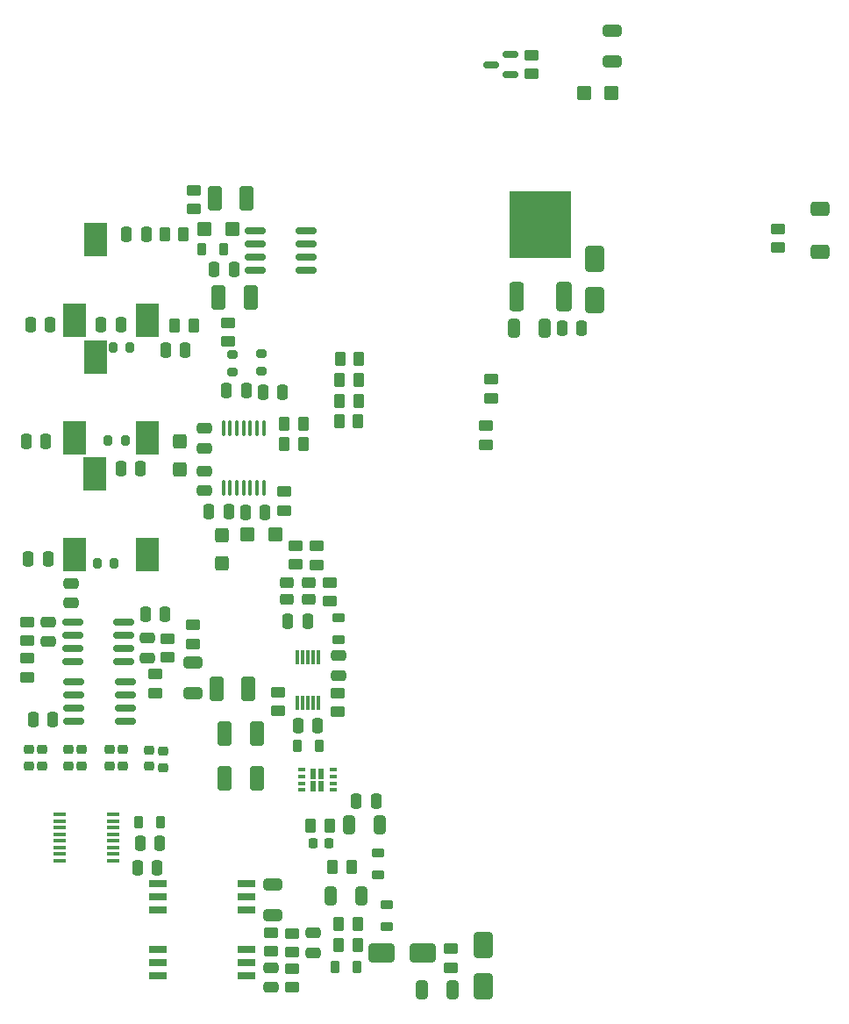
<source format=gbr>
%TF.GenerationSoftware,KiCad,Pcbnew,9.0.7-9.0.7~ubuntu24.04.1*%
%TF.CreationDate,2026-02-03T19:31:39-08:00*%
%TF.ProjectId,Frohne,46726f68-6e65-42e6-9b69-6361645f7063,rev?*%
%TF.SameCoordinates,Original*%
%TF.FileFunction,Paste,Top*%
%TF.FilePolarity,Positive*%
%FSLAX46Y46*%
G04 Gerber Fmt 4.6, Leading zero omitted, Abs format (unit mm)*
G04 Created by KiCad (PCBNEW 9.0.7-9.0.7~ubuntu24.04.1) date 2026-02-03 19:31:39*
%MOMM*%
%LPD*%
G01*
G04 APERTURE LIST*
G04 Aperture macros list*
%AMRoundRect*
0 Rectangle with rounded corners*
0 $1 Rounding radius*
0 $2 $3 $4 $5 $6 $7 $8 $9 X,Y pos of 4 corners*
0 Add a 4 corners polygon primitive as box body*
4,1,4,$2,$3,$4,$5,$6,$7,$8,$9,$2,$3,0*
0 Add four circle primitives for the rounded corners*
1,1,$1+$1,$2,$3*
1,1,$1+$1,$4,$5*
1,1,$1+$1,$6,$7*
1,1,$1+$1,$8,$9*
0 Add four rect primitives between the rounded corners*
20,1,$1+$1,$2,$3,$4,$5,0*
20,1,$1+$1,$4,$5,$6,$7,0*
20,1,$1+$1,$6,$7,$8,$9,0*
20,1,$1+$1,$8,$9,$2,$3,0*%
G04 Aperture macros list end*
%ADD10RoundRect,0.248780X0.451220X-0.261220X0.451220X0.261220X-0.451220X0.261220X-0.451220X-0.261220X0*%
%ADD11RoundRect,0.248780X0.261220X0.451220X-0.261220X0.451220X-0.261220X-0.451220X0.261220X-0.451220X0*%
%ADD12RoundRect,0.250000X0.250000X0.475000X-0.250000X0.475000X-0.250000X-0.475000X0.250000X-0.475000X0*%
%ADD13RoundRect,0.250000X0.650000X-0.425000X0.650000X0.425000X-0.650000X0.425000X-0.650000X-0.425000X0*%
%ADD14RoundRect,0.250000X0.425000X-1.150000X0.425000X1.150000X-0.425000X1.150000X-0.425000X-1.150000X0*%
%ADD15RoundRect,0.250000X0.500000X-1.150000X0.500000X1.150000X-0.500000X1.150000X-0.500000X-1.150000X0*%
%ADD16RoundRect,0.250000X2.750000X-3.000000X2.750000X3.000000X-2.750000X3.000000X-2.750000X-3.000000X0*%
%ADD17RoundRect,0.248780X-0.261220X-0.451220X0.261220X-0.451220X0.261220X0.451220X-0.261220X0.451220X0*%
%ADD18RoundRect,0.225000X0.250000X-0.225000X0.250000X0.225000X-0.250000X0.225000X-0.250000X-0.225000X0*%
%ADD19RoundRect,0.250000X-0.250000X-0.475000X0.250000X-0.475000X0.250000X0.475000X-0.250000X0.475000X0*%
%ADD20RoundRect,0.248780X-0.451220X0.261220X-0.451220X-0.261220X0.451220X-0.261220X0.451220X0.261220X0*%
%ADD21RoundRect,0.250000X0.325000X0.650000X-0.325000X0.650000X-0.325000X-0.650000X0.325000X-0.650000X0*%
%ADD22RoundRect,0.250000X0.475000X-0.250000X0.475000X0.250000X-0.475000X0.250000X-0.475000X-0.250000X0*%
%ADD23RoundRect,0.200000X-0.200000X-0.275000X0.200000X-0.275000X0.200000X0.275000X-0.200000X0.275000X0*%
%ADD24RoundRect,0.250000X0.650000X-0.325000X0.650000X0.325000X-0.650000X0.325000X-0.650000X-0.325000X0*%
%ADD25RoundRect,0.250000X-1.000000X-0.650000X1.000000X-0.650000X1.000000X0.650000X-1.000000X0.650000X0*%
%ADD26R,1.200000X0.400000*%
%ADD27RoundRect,0.250000X-0.475000X0.250000X-0.475000X-0.250000X0.475000X-0.250000X0.475000X0.250000X0*%
%ADD28RoundRect,0.250000X-0.650000X1.000000X-0.650000X-1.000000X0.650000X-1.000000X0.650000X1.000000X0*%
%ADD29RoundRect,0.225000X-0.225000X-0.250000X0.225000X-0.250000X0.225000X0.250000X-0.225000X0.250000X0*%
%ADD30RoundRect,0.249056X-0.410944X-0.925944X0.410944X-0.925944X0.410944X0.925944X-0.410944X0.925944X0*%
%ADD31RoundRect,0.250000X0.450000X0.425000X-0.450000X0.425000X-0.450000X-0.425000X0.450000X-0.425000X0*%
%ADD32RoundRect,0.250000X-0.325000X-0.650000X0.325000X-0.650000X0.325000X0.650000X-0.325000X0.650000X0*%
%ADD33RoundRect,0.150000X0.590000X0.150000X-0.590000X0.150000X-0.590000X-0.150000X0.590000X-0.150000X0*%
%ADD34RoundRect,0.249056X0.410944X0.925944X-0.410944X0.925944X-0.410944X-0.925944X0.410944X-0.925944X0*%
%ADD35R,0.300000X1.400000*%
%ADD36RoundRect,0.150000X0.825000X0.150000X-0.825000X0.150000X-0.825000X-0.150000X0.825000X-0.150000X0*%
%ADD37RoundRect,0.220000X0.220000X0.380000X-0.220000X0.380000X-0.220000X-0.380000X0.220000X-0.380000X0*%
%ADD38R,2.200000X3.200000*%
%ADD39RoundRect,0.250000X-0.650000X0.325000X-0.650000X-0.325000X0.650000X-0.325000X0.650000X0.325000X0*%
%ADD40RoundRect,0.200000X-0.275000X0.200000X-0.275000X-0.200000X0.275000X-0.200000X0.275000X0.200000X0*%
%ADD41RoundRect,0.250000X-0.425000X0.450000X-0.425000X-0.450000X0.425000X-0.450000X0.425000X0.450000X0*%
%ADD42RoundRect,0.100000X0.100000X-0.637500X0.100000X0.637500X-0.100000X0.637500X-0.100000X-0.637500X0*%
%ADD43RoundRect,0.220000X0.380000X-0.220000X0.380000X0.220000X-0.380000X0.220000X-0.380000X-0.220000X0*%
%ADD44RoundRect,0.250000X0.425000X-0.450000X0.425000X0.450000X-0.425000X0.450000X-0.425000X-0.450000X0*%
%ADD45R,0.600000X1.000000*%
%ADD46R,0.650000X0.350000*%
%ADD47RoundRect,0.220000X-0.380000X0.220000X-0.380000X-0.220000X0.380000X-0.220000X0.380000X0.220000X0*%
%ADD48R,1.670000X0.760000*%
%ADD49RoundRect,0.250000X0.650000X-1.000000X0.650000X1.000000X-0.650000X1.000000X-0.650000X-1.000000X0*%
%ADD50RoundRect,0.250000X-0.400000X-0.300000X0.400000X-0.300000X0.400000X0.300000X-0.400000X0.300000X0*%
%ADD51RoundRect,0.250000X-0.450000X-0.425000X0.450000X-0.425000X0.450000X0.425000X-0.450000X0.425000X0*%
%ADD52RoundRect,0.150000X-0.825000X-0.150000X0.825000X-0.150000X0.825000X0.150000X-0.825000X0.150000X0*%
%ADD53RoundRect,0.220000X-0.220000X-0.380000X0.220000X-0.380000X0.220000X0.380000X-0.220000X0.380000X0*%
G04 APERTURE END LIST*
D10*
%TO.C,R1*%
X128370000Y-125790000D03*
X128370000Y-123970000D03*
%TD*%
D11*
%TO.C,R33*%
X118820000Y-65330000D03*
X117000000Y-65330000D03*
%TD*%
D10*
%TO.C,R9*%
X102800000Y-99260000D03*
X102800000Y-97440000D03*
%TD*%
%TO.C,R28*%
X151490000Y-41050000D03*
X151490000Y-39230000D03*
%TD*%
D12*
%TO.C,C29*%
X113710000Y-79130000D03*
X111810000Y-79130000D03*
%TD*%
D13*
%TO.C,S1*%
X179270000Y-58200000D03*
X179270000Y-54050000D03*
%TD*%
D14*
%TO.C,U6*%
X150020000Y-62530000D03*
D15*
X154600000Y-62530000D03*
D16*
X152330000Y-55570000D03*
%TD*%
D17*
%TO.C,R7*%
X132860000Y-123070000D03*
X134680000Y-123070000D03*
%TD*%
D18*
%TO.C,C22*%
X112030000Y-107795000D03*
X112030000Y-106235000D03*
%TD*%
D19*
%TO.C,C52*%
X102870000Y-87880000D03*
X104770000Y-87880000D03*
%TD*%
D10*
%TO.C,R37*%
X132710000Y-102620000D03*
X132710000Y-100800000D03*
%TD*%
D20*
%TO.C,R16*%
X127560000Y-81350000D03*
X127560000Y-83170000D03*
%TD*%
D21*
%TO.C,C42*%
X143830000Y-129420000D03*
X140870000Y-129420000D03*
%TD*%
D22*
%TO.C,C15*%
X132860000Y-99100000D03*
X132860000Y-97200000D03*
%TD*%
D12*
%TO.C,C38*%
X130800000Y-103940000D03*
X128900000Y-103940000D03*
%TD*%
D18*
%TO.C,C16*%
X104250000Y-107805000D03*
X104250000Y-106245000D03*
%TD*%
%TO.C,C26*%
X110770000Y-107795000D03*
X110770000Y-106235000D03*
%TD*%
D23*
%TO.C,R19*%
X111040000Y-67470000D03*
X112680000Y-67470000D03*
%TD*%
D10*
%TO.C,R12*%
X116340000Y-97360000D03*
X116340000Y-95540000D03*
%TD*%
D22*
%TO.C,C20*%
X126320000Y-129200000D03*
X126320000Y-127300000D03*
%TD*%
D23*
%TO.C,R14*%
X110600000Y-76400000D03*
X112240000Y-76400000D03*
%TD*%
D24*
%TO.C,C34*%
X126480000Y-122240000D03*
X126480000Y-119280000D03*
%TD*%
D25*
%TO.C,D1*%
X136960000Y-125890000D03*
X140960000Y-125890000D03*
%TD*%
D26*
%TO.C,U7*%
X105870000Y-112510000D03*
X105870000Y-113145000D03*
X105870000Y-113780000D03*
X105870000Y-114415000D03*
X105870000Y-115050000D03*
X105870000Y-115685000D03*
X105870000Y-116320000D03*
X105870000Y-116955000D03*
X111070000Y-116955000D03*
X111070000Y-116320000D03*
X111070000Y-115685000D03*
X111070000Y-115050000D03*
X111070000Y-114415000D03*
X111070000Y-113780000D03*
X111070000Y-113145000D03*
X111070000Y-112510000D03*
%TD*%
D20*
%TO.C,R34*%
X130750000Y-86620000D03*
X130750000Y-88440000D03*
%TD*%
D23*
%TO.C,R30*%
X109550000Y-88260000D03*
X111190000Y-88260000D03*
%TD*%
D21*
%TO.C,C5*%
X136830000Y-113470000D03*
X133870000Y-113470000D03*
%TD*%
D12*
%TO.C,C43*%
X156300000Y-65560000D03*
X154400000Y-65560000D03*
%TD*%
D10*
%TO.C,R10*%
X126320000Y-125700000D03*
X126320000Y-123880000D03*
%TD*%
D19*
%TO.C,C1*%
X113400000Y-117610000D03*
X115300000Y-117610000D03*
%TD*%
D27*
%TO.C,C11*%
X119840000Y-79360000D03*
X119840000Y-81260000D03*
%TD*%
D28*
%TO.C,D3*%
X157590000Y-58910000D03*
X157590000Y-62910000D03*
%TD*%
D18*
%TO.C,C19*%
X106790000Y-107805000D03*
X106790000Y-106245000D03*
%TD*%
D11*
%TO.C,R22*%
X117860000Y-56550000D03*
X116040000Y-56550000D03*
%TD*%
D10*
%TO.C,R21*%
X143670000Y-127290000D03*
X143670000Y-125470000D03*
%TD*%
D29*
%TO.C,C40*%
X130350000Y-115260000D03*
X131910000Y-115260000D03*
%TD*%
D22*
%TO.C,C18*%
X114360000Y-97400000D03*
X114360000Y-95500000D03*
%TD*%
D19*
%TO.C,C51*%
X102660000Y-76490000D03*
X104560000Y-76490000D03*
%TD*%
D27*
%TO.C,C4*%
X119880000Y-75240000D03*
X119880000Y-77140000D03*
%TD*%
D30*
%TO.C,C37*%
X121860000Y-109050000D03*
X124940000Y-109050000D03*
%TD*%
D18*
%TO.C,C27*%
X114520000Y-107865000D03*
X114520000Y-106305000D03*
%TD*%
D31*
%TO.C,C45*%
X122580000Y-55980000D03*
X119880000Y-55980000D03*
%TD*%
D32*
%TO.C,C35*%
X132050000Y-120400000D03*
X135010000Y-120400000D03*
%TD*%
D20*
%TO.C,R31*%
X122170000Y-65070000D03*
X122170000Y-66890000D03*
%TD*%
D17*
%TO.C,R24*%
X132960000Y-68520000D03*
X134780000Y-68520000D03*
%TD*%
D12*
%TO.C,C23*%
X115560000Y-115280000D03*
X113660000Y-115280000D03*
%TD*%
D33*
%TO.C,Q1*%
X149440000Y-41090000D03*
X149440000Y-39190000D03*
X147560000Y-40140000D03*
%TD*%
D17*
%TO.C,R17*%
X127600000Y-74790000D03*
X129420000Y-74790000D03*
%TD*%
D34*
%TO.C,C46*%
X123940000Y-53040000D03*
X120860000Y-53040000D03*
%TD*%
D17*
%TO.C,R20*%
X132850000Y-125090000D03*
X134670000Y-125090000D03*
%TD*%
%TO.C,R25*%
X132880000Y-74560000D03*
X134700000Y-74560000D03*
%TD*%
D30*
%TO.C,C36*%
X121860000Y-104700000D03*
X124940000Y-104700000D03*
%TD*%
D27*
%TO.C,C21*%
X107010000Y-90220000D03*
X107010000Y-92120000D03*
%TD*%
D35*
%TO.C,U4*%
X130850000Y-97330000D03*
X130350000Y-97330000D03*
X129850000Y-97330000D03*
X129350000Y-97330000D03*
X128850000Y-97330000D03*
X128850000Y-101730000D03*
X129350000Y-101730000D03*
X129850000Y-101730000D03*
X130350000Y-101730000D03*
X130850000Y-101730000D03*
%TD*%
D19*
%TO.C,C7*%
X122000000Y-71620000D03*
X123900000Y-71620000D03*
%TD*%
D36*
%TO.C,U1*%
X129735000Y-60015000D03*
X129735000Y-58745000D03*
X129735000Y-57475000D03*
X129735000Y-56205000D03*
X124785000Y-56205000D03*
X124785000Y-57475000D03*
X124785000Y-58745000D03*
X124785000Y-60015000D03*
%TD*%
D17*
%TO.C,R26*%
X132930000Y-72580000D03*
X134750000Y-72580000D03*
%TD*%
D12*
%TO.C,C53*%
X111800000Y-65240000D03*
X109900000Y-65240000D03*
%TD*%
D37*
%TO.C,FB7*%
X121760000Y-57940000D03*
X119640000Y-57940000D03*
%TD*%
D38*
%TO.C,J9*%
X109370000Y-57050000D03*
X107370000Y-64850000D03*
X114370000Y-64850000D03*
%TD*%
D10*
%TO.C,R23*%
X147040000Y-76830000D03*
X147040000Y-75010000D03*
%TD*%
%TO.C,R38*%
X127000000Y-102510000D03*
X127000000Y-100690000D03*
%TD*%
D32*
%TO.C,C41*%
X149760000Y-65560000D03*
X152720000Y-65560000D03*
%TD*%
D39*
%TO.C,C33*%
X118740000Y-97820000D03*
X118740000Y-100780000D03*
%TD*%
D30*
%TO.C,C17*%
X121070000Y-100350000D03*
X124150000Y-100350000D03*
%TD*%
D10*
%TO.C,R8*%
X115130000Y-100790000D03*
X115130000Y-98970000D03*
%TD*%
D12*
%TO.C,C30*%
X116100000Y-93200000D03*
X114200000Y-93200000D03*
%TD*%
D40*
%TO.C,R2*%
X125380000Y-68070000D03*
X125380000Y-69710000D03*
%TD*%
D41*
%TO.C,C9*%
X121570000Y-85580000D03*
X121570000Y-88280000D03*
%TD*%
D42*
%TO.C,U2*%
X121700000Y-80985000D03*
X122350000Y-80985000D03*
X123000000Y-80985000D03*
X123650000Y-80985000D03*
X124300000Y-80985000D03*
X124950000Y-80985000D03*
X125600000Y-80985000D03*
X125600000Y-75260000D03*
X124950000Y-75260000D03*
X124300000Y-75260000D03*
X123650000Y-75260000D03*
X123000000Y-75260000D03*
X122350000Y-75260000D03*
X121700000Y-75260000D03*
%TD*%
D20*
%TO.C,R15*%
X147570000Y-70520000D03*
X147570000Y-72340000D03*
%TD*%
D10*
%TO.C,R35*%
X128680000Y-88390000D03*
X128680000Y-86570000D03*
%TD*%
D12*
%TO.C,C12*%
X122730000Y-59870000D03*
X120830000Y-59870000D03*
%TD*%
D17*
%TO.C,R27*%
X132940000Y-70550000D03*
X134760000Y-70550000D03*
%TD*%
D39*
%TO.C,C2*%
X159220000Y-36860000D03*
X159220000Y-39820000D03*
%TD*%
D19*
%TO.C,C31*%
X103340000Y-103370000D03*
X105240000Y-103370000D03*
%TD*%
D37*
%TO.C,FB5*%
X134620000Y-127180000D03*
X132500000Y-127180000D03*
%TD*%
D17*
%TO.C,R6*%
X132240000Y-117580000D03*
X134060000Y-117580000D03*
%TD*%
D43*
%TO.C,FB4*%
X132800000Y-95610000D03*
X132800000Y-93490000D03*
%TD*%
D44*
%TO.C,C44*%
X117500000Y-79200000D03*
X117500000Y-76500000D03*
%TD*%
D18*
%TO.C,C25*%
X108050000Y-107805000D03*
X108050000Y-106245000D03*
%TD*%
%TO.C,C14*%
X102950000Y-107805000D03*
X102950000Y-106245000D03*
%TD*%
D11*
%TO.C,R5*%
X131980000Y-113560000D03*
X130160000Y-113560000D03*
%TD*%
D45*
%TO.C,e1*%
X130400000Y-108570000D03*
X130400000Y-109770000D03*
X131175000Y-108570000D03*
X131175000Y-109770000D03*
D46*
X129237500Y-108195000D03*
X129237500Y-108845000D03*
X129237500Y-109495000D03*
X129237500Y-110145000D03*
X132337500Y-110145000D03*
X132337500Y-109495000D03*
X132337500Y-108845000D03*
X132337500Y-108195000D03*
%TD*%
D10*
%TO.C,R29*%
X175210000Y-57825000D03*
X175210000Y-56005000D03*
%TD*%
D12*
%TO.C,C49*%
X114270000Y-56560000D03*
X112370000Y-56560000D03*
%TD*%
D17*
%TO.C,R18*%
X127590000Y-76770000D03*
X129410000Y-76770000D03*
%TD*%
D27*
%TO.C,C32*%
X130380000Y-123950000D03*
X130380000Y-125850000D03*
%TD*%
D10*
%TO.C,R36*%
X132020000Y-91950000D03*
X132020000Y-90130000D03*
%TD*%
D19*
%TO.C,C6*%
X125550000Y-71730000D03*
X127450000Y-71730000D03*
%TD*%
D10*
%TO.C,R4*%
X128350000Y-129190000D03*
X128350000Y-127370000D03*
%TD*%
D47*
%TO.C,FB2*%
X137470000Y-121190000D03*
X137470000Y-123310000D03*
%TD*%
D48*
%TO.C,TR1*%
X115368000Y-119145000D03*
X115368000Y-120415000D03*
X115368000Y-121685000D03*
X115368000Y-125495000D03*
X115368000Y-126765000D03*
X115368000Y-128035000D03*
X123898000Y-128035000D03*
X123898000Y-126765000D03*
X123898000Y-125495000D03*
X123898000Y-121685000D03*
X123898000Y-120415000D03*
X123898000Y-119145000D03*
%TD*%
D12*
%TO.C,C55*%
X136430000Y-111180000D03*
X134530000Y-111180000D03*
%TD*%
D10*
%TO.C,R32*%
X118900000Y-54080000D03*
X118900000Y-52260000D03*
%TD*%
D34*
%TO.C,C47*%
X124320000Y-62640000D03*
X121240000Y-62640000D03*
%TD*%
D10*
%TO.C,R13*%
X102810000Y-95760000D03*
X102810000Y-93940000D03*
%TD*%
D37*
%TO.C,FB1*%
X130960000Y-105880000D03*
X128840000Y-105880000D03*
%TD*%
D19*
%TO.C,C13*%
X120320000Y-83260000D03*
X122220000Y-83260000D03*
%TD*%
D20*
%TO.C,R11*%
X118810000Y-94220000D03*
X118810000Y-96040000D03*
%TD*%
D49*
%TO.C,D2*%
X146770000Y-129120000D03*
X146770000Y-125120000D03*
%TD*%
D50*
%TO.C,X1*%
X127820000Y-91780000D03*
X129920000Y-91780000D03*
X129920000Y-90130000D03*
X127820000Y-90130000D03*
%TD*%
D12*
%TO.C,C3*%
X118050000Y-67730000D03*
X116150000Y-67730000D03*
%TD*%
D18*
%TO.C,C24*%
X115930000Y-107970000D03*
X115930000Y-106410000D03*
%TD*%
D19*
%TO.C,C48*%
X127940000Y-93860000D03*
X129840000Y-93860000D03*
%TD*%
D31*
%TO.C,C39*%
X159200000Y-42850000D03*
X156500000Y-42850000D03*
%TD*%
D38*
%TO.C,J1*%
X109340000Y-68340000D03*
X107340000Y-76140000D03*
X114340000Y-76140000D03*
%TD*%
D19*
%TO.C,C50*%
X103100000Y-65210000D03*
X105000000Y-65210000D03*
%TD*%
D51*
%TO.C,C8*%
X124000000Y-85440000D03*
X126700000Y-85440000D03*
%TD*%
D43*
%TO.C,FB6*%
X136610000Y-118330000D03*
X136610000Y-116210000D03*
%TD*%
D36*
%TO.C,U5*%
X112230000Y-103540000D03*
X112230000Y-102270000D03*
X112230000Y-101000000D03*
X112230000Y-99730000D03*
X107280000Y-99730000D03*
X107280000Y-101000000D03*
X107280000Y-102270000D03*
X107280000Y-103540000D03*
%TD*%
D12*
%TO.C,C10*%
X125720000Y-83360000D03*
X123820000Y-83360000D03*
%TD*%
D52*
%TO.C,U8*%
X107170000Y-93920000D03*
X107170000Y-95190000D03*
X107170000Y-96460000D03*
X107170000Y-97730000D03*
X112120000Y-97730000D03*
X112120000Y-96460000D03*
X112120000Y-95190000D03*
X112120000Y-93920000D03*
%TD*%
D40*
%TO.C,R3*%
X122610000Y-68160000D03*
X122610000Y-69800000D03*
%TD*%
D22*
%TO.C,C28*%
X104830000Y-95830000D03*
X104830000Y-93930000D03*
%TD*%
D53*
%TO.C,FB3*%
X113490000Y-113290000D03*
X115610000Y-113290000D03*
%TD*%
D38*
%TO.C,J12*%
X109330000Y-79620000D03*
X107330000Y-87420000D03*
X114330000Y-87420000D03*
%TD*%
M02*

</source>
